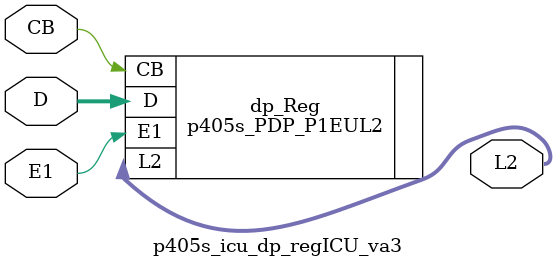
<source format=v>
module p405s_icu_dp_regICU_va3(
                      CB,
                      D,
                      E1,
                      L2
                     );

    input CB; 
    input [0:31] D; 
    input  E1; 
    output [0:31] L2; 

p405s_PDP_P1EUL2
 #(32, 1, 1, 1, 2, 0 ) dp_Reg (
                                         .CB  (CB),
                                         .D   (D),
                                         .E1  (E1),
                                         .L2  (L2)
                                         );

endmodule

</source>
